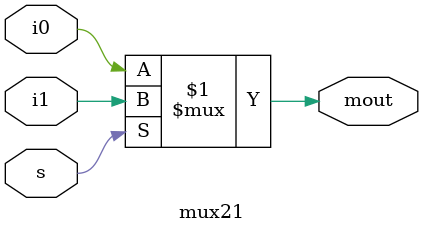
<source format=v>
module muxdff(clk, reset, en, din, dout);
input clk,reset,en,din;
output dout;
wire m2dff;

dff dff0(.clk(clk), .reset(reset), .d(m2dff), .q(dout));
mux21 mux210(.i0(dout), .i1(din), .s(en), .mout(m2dff));
endmodule

module dff(
    input clk,
    input reset,
    input d,
    output reg  q
);
   always @(posedge clk or posedge reset)
   
     begin
        if (reset)
            q <= 1'b0;
        else
            q <= d;
    end
endmodule

module mux21(i0,i1,s,mout);
input i0,i1,s;
output mout;

assign mout = s?i1:i0;
endmodule



</source>
